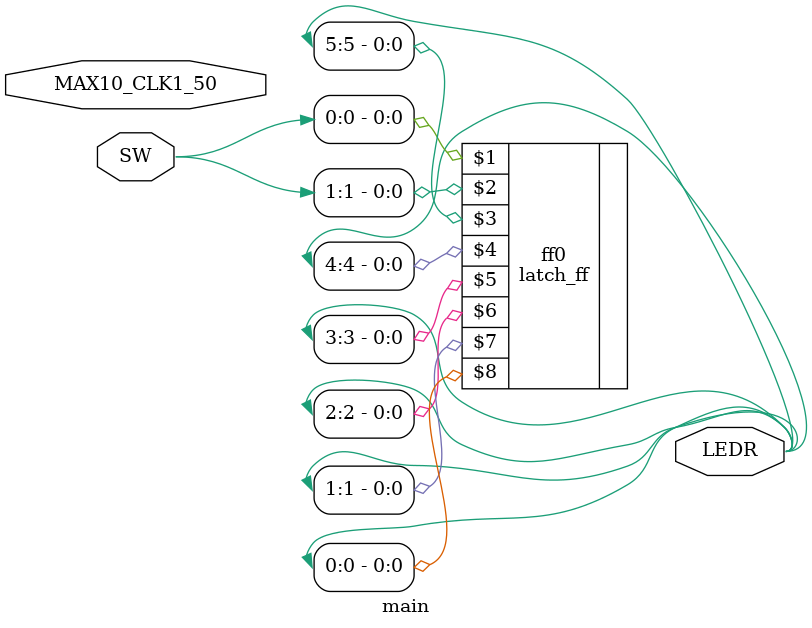
<source format=v>
`default_nettype none
module main(
	// Pinout assignment
	input MAX10_CLK1_50,
	input [9:0] SW,
	output[9:0] LEDR
);


	// Part 1
	// gated_rs_latch(input Clk,input R, input S,output Q);
	// gated_rs_latch rs0(SW[0], SW[2], SW[1], LEDR[0]);
	
	
	// Part 2
	// gated_d_latch(input clk, input D, output Qa, output Qb);
	// gated_d_latch gd0(SW[0], SW[1], LEDR[1], LEDR[0]);
	
	
	// Part 3
	// gated_d_latch(input clk, input D, output Qa, output Qb);
	// wire w_Qm, w_clk;
	
	// gated_d_latch gd0(w_clk, SW[1], w_Qm, );
	// gated_d_latch gd1(SW[0], w_Qm, LEDR[1], LEDR[0]);
	
	// assign w_clk = ~SW[0];
	
	
	// Part 4
	//latch_ff(input clk,input D,	output Qa,	output Qan,	output Qb, output Qbn, output Qc,	output Qcn);
	latch_ff  ff0(SW[0], SW[1],	LEDR[5],	LEDR[4],	LEDR[3], LEDR[2], LEDR[1],	LEDR[0]);
		
	
endmodule


</source>
